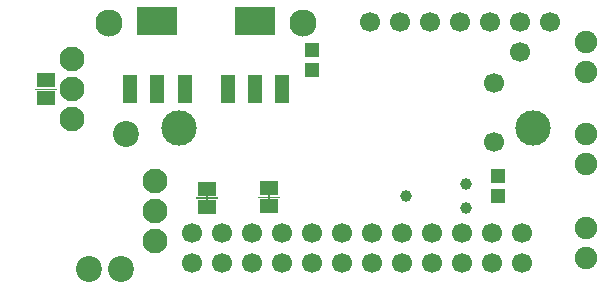
<source format=gbs>
G04 DipTrace 3.1.0.0*
G04 BottomMask.GBS*
%MOIN*%
G04 #@! TF.FileFunction,Soldermask,Bot*
G04 #@! TF.Part,Single*
%ADD30C,0.066929*%
%ADD31C,0.074803*%
%ADD36C,0.086614*%
%ADD38C,0.082677*%
%ADD42C,0.090551*%
%ADD46R,0.063X0.046*%
%ADD47R,0.008X0.025*%
%ADD56C,0.11811*%
%ADD57C,0.039016*%
%ADD64R,0.135827X0.09252*%
%ADD66R,0.045276X0.09252*%
%ADD84R,0.047244X0.051181*%
%FSLAX26Y26*%
G04*
G70*
G90*
G75*
G01*
G04 BotMask*
%LPD*%
D31*
X1861690Y837597D3*
Y737597D3*
X1861516Y218722D3*
Y118722D3*
D56*
X505302Y550077D3*
X1686661D3*
D36*
X205262Y81223D3*
D38*
X424026Y175038D3*
D36*
X311512Y81278D3*
D38*
X424026Y275038D3*
D30*
X1242762Y906222D3*
D38*
X424026Y375038D3*
D30*
X1342762Y906222D3*
X1442762D3*
X1542762D3*
X1642762D3*
X1742764D3*
D36*
X330274Y531325D3*
D30*
X1642912Y806354D3*
D42*
X274018Y900114D3*
X917836D3*
D30*
X1142860Y906365D3*
D84*
X1567904Y391983D3*
Y325054D3*
X949089Y810777D3*
Y743848D3*
D31*
X1861516Y531222D3*
Y431222D3*
D38*
X149010Y581220D3*
Y681220D3*
Y781220D3*
D30*
X1649013Y199970D3*
Y99970D3*
X1549013Y199970D3*
Y99970D3*
X1449013Y199970D3*
Y99970D3*
X1349013Y199970D3*
Y99970D3*
X1249013Y199970D3*
Y99970D3*
X1149013Y199970D3*
Y99970D3*
X1049013Y199970D3*
Y99970D3*
X949013Y199970D3*
Y99970D3*
X849013Y199970D3*
Y99970D3*
X749013Y199970D3*
Y99970D3*
X649013Y199970D3*
Y99970D3*
X549013Y199970D3*
Y99970D3*
G36*
X841324Y323059D2*
X769324D1*
Y317053D1*
X841324D1*
Y323059D1*
G37*
D46*
X805324Y350056D3*
Y290056D3*
D47*
Y320056D3*
G36*
X635014Y320471D2*
X563014D1*
Y314465D1*
X635014D1*
Y320471D1*
G37*
D46*
X599014Y347468D3*
Y287468D3*
D47*
Y317468D3*
D30*
X1555395Y700093D3*
Y506353D3*
D66*
X524045Y681341D3*
X433493D3*
X342942D3*
D64*
X433493Y909688D3*
D57*
X1261627Y325051D3*
X1461627Y365051D3*
Y285051D3*
D66*
X849079Y681341D3*
X758528D3*
X667976D3*
D64*
X758528Y909688D3*
G36*
X97496Y683091D2*
X25496D1*
Y677085D1*
X97496D1*
Y683091D1*
G37*
D46*
X61496Y710088D3*
Y650088D3*
M02*

</source>
